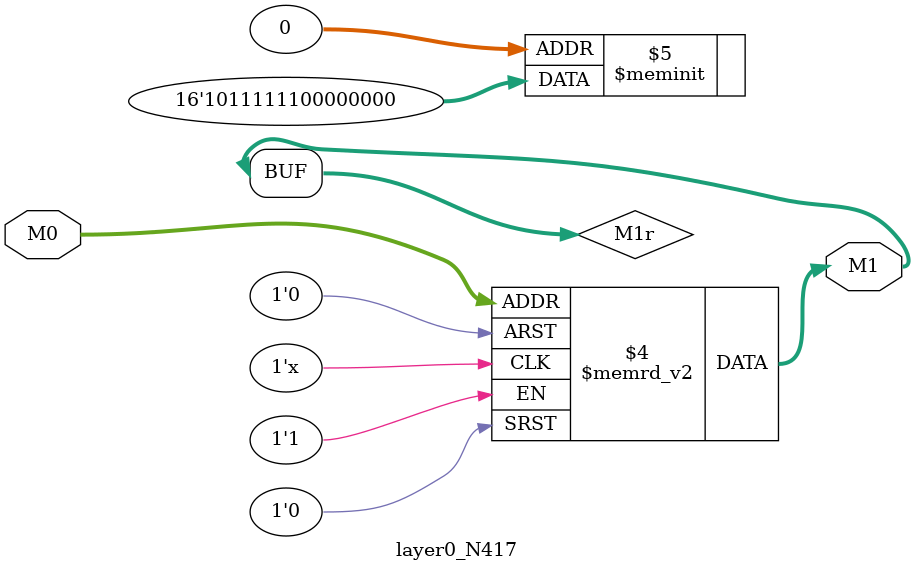
<source format=v>
module layer0_N417 ( input [2:0] M0, output [1:0] M1 );

	(*rom_style = "distributed" *) reg [1:0] M1r;
	assign M1 = M1r;
	always @ (M0) begin
		case (M0)
			3'b000: M1r = 2'b00;
			3'b100: M1r = 2'b11;
			3'b010: M1r = 2'b00;
			3'b110: M1r = 2'b11;
			3'b001: M1r = 2'b00;
			3'b101: M1r = 2'b11;
			3'b011: M1r = 2'b00;
			3'b111: M1r = 2'b10;

		endcase
	end
endmodule

</source>
